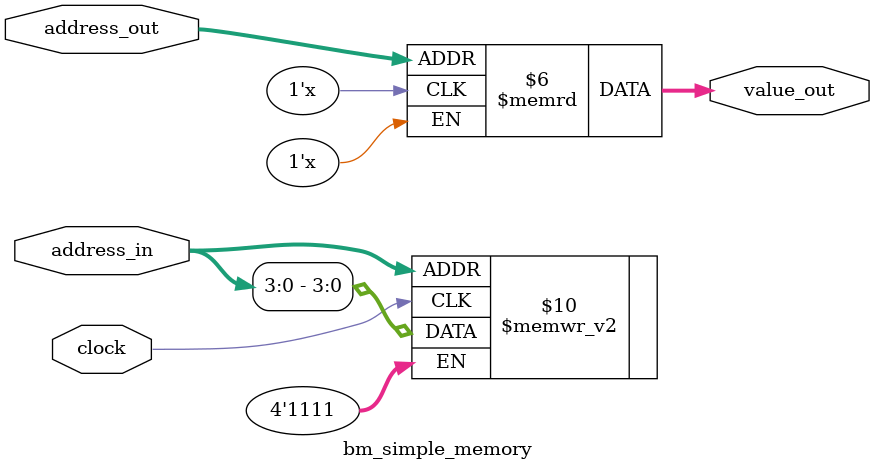
<source format=v>
`define BITS 4         // Bit width of the operands
`define DEPTH 2**4
module 	bm_simple_memory(
	clock, 
	value_out,
	address_in,
	address_out
);

// SIGNAL DECLARATIONS
input	clock;
input 	[`BITS:0] address_in;
input 	[`BITS:0] address_out;

output 	[`BITS-1:0] value_out;

reg 	[`BITS-1:0] memory [`DEPTH-1:0]; // 4 memory slots of Bits wide


always @(posedge clock)
begin
	memory[address_in] <= address_in;
end

assign value_out = memory[address_out];

endmodule

</source>
